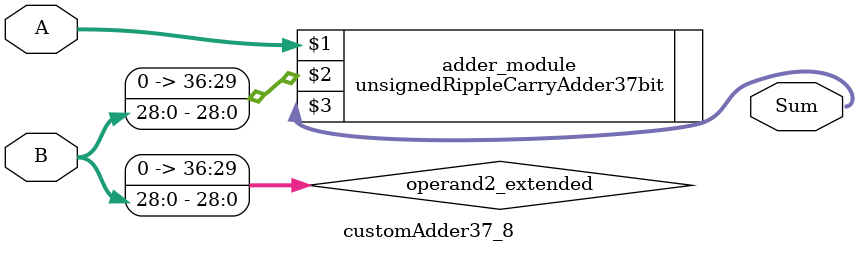
<source format=v>
module customAdder37_8(
                        input [36 : 0] A,
                        input [28 : 0] B,
                        
                        output [37 : 0] Sum
                );

        wire [36 : 0] operand2_extended;
        
        assign operand2_extended =  {8'b0, B};
        
        unsignedRippleCarryAdder37bit adder_module(
            A,
            operand2_extended,
            Sum
        );
        
        endmodule
        
</source>
